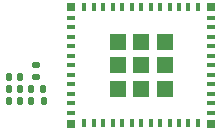
<source format=gbr>
%TF.GenerationSoftware,KiCad,Pcbnew,(6.0.0)*%
%TF.CreationDate,2022-03-25T10:48:22+03:00*%
%TF.ProjectId,Ringturnpage,52696e67-7475-4726-9e70-6167652e6b69,rev?*%
%TF.SameCoordinates,Original*%
%TF.FileFunction,Paste,Top*%
%TF.FilePolarity,Positive*%
%FSLAX46Y46*%
G04 Gerber Fmt 4.6, Leading zero omitted, Abs format (unit mm)*
G04 Created by KiCad (PCBNEW (6.0.0)) date 2022-03-25 10:48:22*
%MOMM*%
%LPD*%
G01*
G04 APERTURE LIST*
G04 Aperture macros list*
%AMRoundRect*
0 Rectangle with rounded corners*
0 $1 Rounding radius*
0 $2 $3 $4 $5 $6 $7 $8 $9 X,Y pos of 4 corners*
0 Add a 4 corners polygon primitive as box body*
4,1,4,$2,$3,$4,$5,$6,$7,$8,$9,$2,$3,0*
0 Add four circle primitives for the rounded corners*
1,1,$1+$1,$2,$3*
1,1,$1+$1,$4,$5*
1,1,$1+$1,$6,$7*
1,1,$1+$1,$8,$9*
0 Add four rect primitives between the rounded corners*
20,1,$1+$1,$2,$3,$4,$5,0*
20,1,$1+$1,$4,$5,$6,$7,0*
20,1,$1+$1,$6,$7,$8,$9,0*
20,1,$1+$1,$8,$9,$2,$3,0*%
G04 Aperture macros list end*
%ADD10RoundRect,0.135000X0.135000X0.185000X-0.135000X0.185000X-0.135000X-0.185000X0.135000X-0.185000X0*%
%ADD11RoundRect,0.147500X-0.147500X-0.172500X0.147500X-0.172500X0.147500X0.172500X-0.147500X0.172500X0*%
%ADD12RoundRect,0.135000X-0.185000X0.135000X-0.185000X-0.135000X0.185000X-0.135000X0.185000X0.135000X0*%
%ADD13R,0.800000X0.400000*%
%ADD14R,0.400000X0.800000*%
%ADD15R,1.450000X1.450000*%
%ADD16R,0.700000X0.700000*%
G04 APERTURE END LIST*
D10*
%TO.C,R9*%
X138890000Y-94110000D03*
X137870000Y-94110000D03*
%TD*%
D11*
%TO.C,D1*%
X135952500Y-92080000D03*
X136922500Y-92080000D03*
%TD*%
%TO.C,D3*%
X135955000Y-94110000D03*
X136925000Y-94110000D03*
%TD*%
D12*
%TO.C,R7*%
X138230000Y-91050000D03*
X138230000Y-92070000D03*
%TD*%
D10*
%TO.C,R8*%
X138882500Y-93080000D03*
X137862500Y-93080000D03*
%TD*%
D11*
%TO.C,D2*%
X135947500Y-93100000D03*
X136917500Y-93100000D03*
%TD*%
D13*
%TO.C,IC1*%
X141260000Y-87050000D03*
X141260000Y-87850000D03*
X141260000Y-88650000D03*
X141260000Y-89450000D03*
X141260000Y-90250000D03*
X141260000Y-91050000D03*
X141260000Y-91850000D03*
X141260000Y-92650000D03*
X141260000Y-93450000D03*
X141260000Y-94250000D03*
X141260000Y-95050000D03*
D14*
X142360000Y-95950000D03*
X143160000Y-95950000D03*
X143960000Y-95950000D03*
X144760000Y-95950000D03*
X145560000Y-95950000D03*
X146360000Y-95950000D03*
X147160000Y-95950000D03*
X147960000Y-95950000D03*
X148760000Y-95950000D03*
X149560000Y-95950000D03*
X150360000Y-95950000D03*
X151160000Y-95950000D03*
X151960000Y-95950000D03*
D13*
X153060000Y-95050000D03*
X153060000Y-94250000D03*
X153060000Y-93450000D03*
X153060000Y-92650000D03*
X153060000Y-91850000D03*
X153060000Y-91050000D03*
X153060000Y-90250000D03*
X153060000Y-89450000D03*
X153060000Y-88650000D03*
X153060000Y-87850000D03*
X153060000Y-87050000D03*
D14*
X151960000Y-86150000D03*
X151160000Y-86150000D03*
X150360000Y-86150000D03*
X149560000Y-86150000D03*
X148760000Y-86150000D03*
X147960000Y-86150000D03*
X147160000Y-86150000D03*
X146360000Y-86150000D03*
X145560000Y-86150000D03*
X144760000Y-86150000D03*
X143960000Y-86150000D03*
X143160000Y-86150000D03*
X142360000Y-86150000D03*
D15*
X147160000Y-91050000D03*
X149135000Y-89075000D03*
X147160000Y-89075000D03*
X145185000Y-89075000D03*
X145185000Y-91050000D03*
X145185000Y-93025000D03*
X147160000Y-93025000D03*
X149135000Y-93025000D03*
X149135000Y-91050000D03*
D16*
X141210000Y-86100000D03*
X141210000Y-96000000D03*
X153110000Y-96000000D03*
X153110000Y-86100000D03*
%TD*%
M02*

</source>
